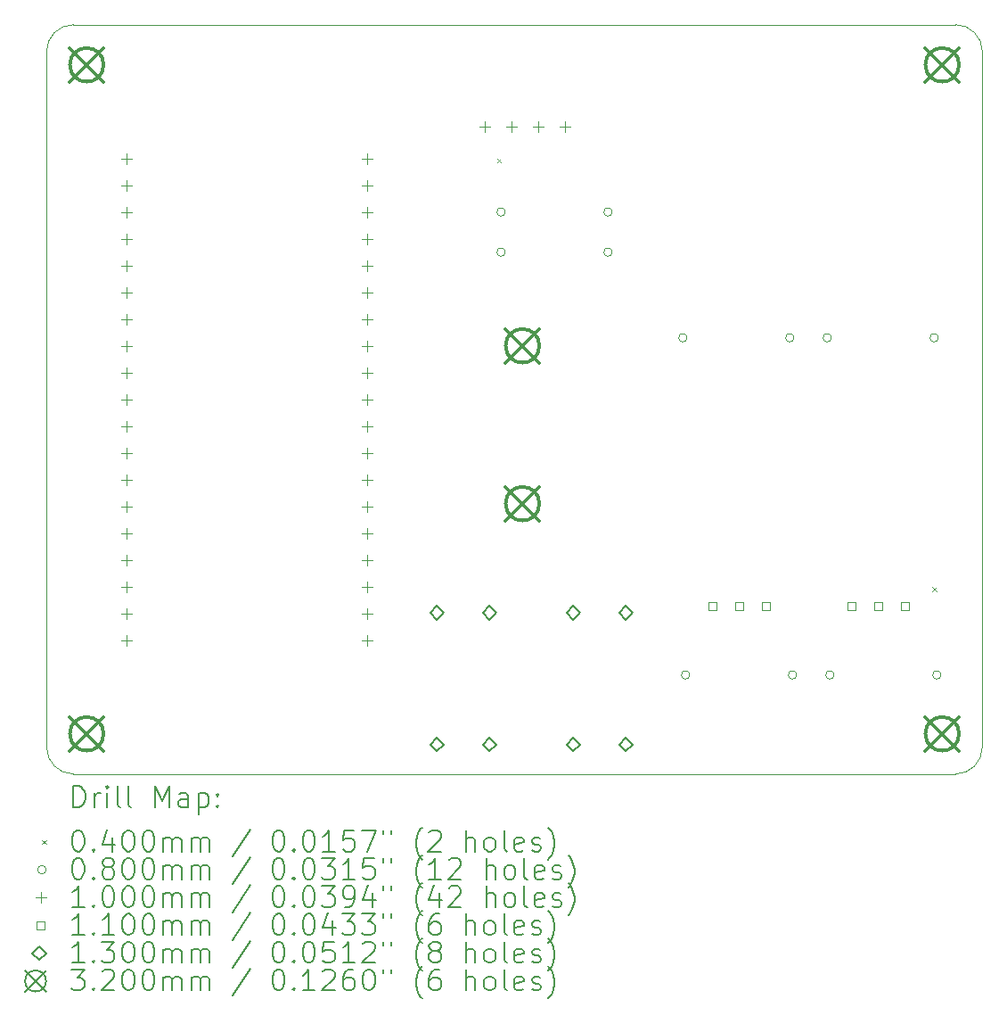
<source format=gbr>
%TF.GenerationSoftware,KiCad,Pcbnew,(6.0.7)*%
%TF.CreationDate,2022-08-09T22:59:19-05:00*%
%TF.ProjectId,garage-door_opener,67617261-6765-42d6-946f-6f725f6f7065,rev?*%
%TF.SameCoordinates,Original*%
%TF.FileFunction,Drillmap*%
%TF.FilePolarity,Positive*%
%FSLAX45Y45*%
G04 Gerber Fmt 4.5, Leading zero omitted, Abs format (unit mm)*
G04 Created by KiCad (PCBNEW (6.0.7)) date 2022-08-09 22:59:19*
%MOMM*%
%LPD*%
G01*
G04 APERTURE LIST*
%ADD10C,0.100000*%
%ADD11C,0.200000*%
%ADD12C,0.040000*%
%ADD13C,0.080000*%
%ADD14C,0.110000*%
%ADD15C,0.130000*%
%ADD16C,0.320000*%
G04 APERTURE END LIST*
D10*
X12700000Y-10668000D02*
G75*
G03*
X12954000Y-10922000I254000J0D01*
G01*
X21590000Y-4064000D02*
G75*
G03*
X21336000Y-3810000I-254000J0D01*
G01*
X21336000Y-10922000D02*
G75*
G03*
X21590000Y-10668000I0J254000D01*
G01*
X12954000Y-10922000D02*
X21336000Y-10922000D01*
X21590000Y-10668000D02*
X21590000Y-4064000D01*
X12954000Y-3810000D02*
G75*
G03*
X12700000Y-4064000I0J-254000D01*
G01*
X21336000Y-3810000D02*
X12954000Y-3810000D01*
X12700000Y-4064000D02*
X12700000Y-10668000D01*
D11*
D12*
X16978400Y-5079600D02*
X17018400Y-5119600D01*
X17018400Y-5079600D02*
X16978400Y-5119600D01*
X21112800Y-9149400D02*
X21152800Y-9189400D01*
X21152800Y-9149400D02*
X21112800Y-9189400D01*
D13*
X17058000Y-5588000D02*
G75*
G03*
X17058000Y-5588000I-40000J0D01*
G01*
X17058000Y-5969000D02*
G75*
G03*
X17058000Y-5969000I-40000J0D01*
G01*
X18074000Y-5588000D02*
G75*
G03*
X18074000Y-5588000I-40000J0D01*
G01*
X18074000Y-5969000D02*
G75*
G03*
X18074000Y-5969000I-40000J0D01*
G01*
X18785200Y-6781800D02*
G75*
G03*
X18785200Y-6781800I-40000J0D01*
G01*
X18810600Y-9982200D02*
G75*
G03*
X18810600Y-9982200I-40000J0D01*
G01*
X19801200Y-6781800D02*
G75*
G03*
X19801200Y-6781800I-40000J0D01*
G01*
X19826600Y-9982200D02*
G75*
G03*
X19826600Y-9982200I-40000J0D01*
G01*
X20156800Y-6781800D02*
G75*
G03*
X20156800Y-6781800I-40000J0D01*
G01*
X20182200Y-9982200D02*
G75*
G03*
X20182200Y-9982200I-40000J0D01*
G01*
X21172800Y-6781800D02*
G75*
G03*
X21172800Y-6781800I-40000J0D01*
G01*
X21198200Y-9982200D02*
G75*
G03*
X21198200Y-9982200I-40000J0D01*
G01*
D10*
X13462000Y-5030000D02*
X13462000Y-5130000D01*
X13412000Y-5080000D02*
X13512000Y-5080000D01*
X13462000Y-5284000D02*
X13462000Y-5384000D01*
X13412000Y-5334000D02*
X13512000Y-5334000D01*
X13462000Y-5538000D02*
X13462000Y-5638000D01*
X13412000Y-5588000D02*
X13512000Y-5588000D01*
X13462000Y-5792000D02*
X13462000Y-5892000D01*
X13412000Y-5842000D02*
X13512000Y-5842000D01*
X13462000Y-6046000D02*
X13462000Y-6146000D01*
X13412000Y-6096000D02*
X13512000Y-6096000D01*
X13462000Y-6300000D02*
X13462000Y-6400000D01*
X13412000Y-6350000D02*
X13512000Y-6350000D01*
X13462000Y-6554000D02*
X13462000Y-6654000D01*
X13412000Y-6604000D02*
X13512000Y-6604000D01*
X13462000Y-6808000D02*
X13462000Y-6908000D01*
X13412000Y-6858000D02*
X13512000Y-6858000D01*
X13462000Y-7062000D02*
X13462000Y-7162000D01*
X13412000Y-7112000D02*
X13512000Y-7112000D01*
X13462000Y-7316000D02*
X13462000Y-7416000D01*
X13412000Y-7366000D02*
X13512000Y-7366000D01*
X13462000Y-7570000D02*
X13462000Y-7670000D01*
X13412000Y-7620000D02*
X13512000Y-7620000D01*
X13462000Y-7824000D02*
X13462000Y-7924000D01*
X13412000Y-7874000D02*
X13512000Y-7874000D01*
X13462000Y-8078000D02*
X13462000Y-8178000D01*
X13412000Y-8128000D02*
X13512000Y-8128000D01*
X13462000Y-8332000D02*
X13462000Y-8432000D01*
X13412000Y-8382000D02*
X13512000Y-8382000D01*
X13462000Y-8586000D02*
X13462000Y-8686000D01*
X13412000Y-8636000D02*
X13512000Y-8636000D01*
X13462000Y-8840000D02*
X13462000Y-8940000D01*
X13412000Y-8890000D02*
X13512000Y-8890000D01*
X13462000Y-9094000D02*
X13462000Y-9194000D01*
X13412000Y-9144000D02*
X13512000Y-9144000D01*
X13462000Y-9348000D02*
X13462000Y-9448000D01*
X13412000Y-9398000D02*
X13512000Y-9398000D01*
X13462000Y-9602000D02*
X13462000Y-9702000D01*
X13412000Y-9652000D02*
X13512000Y-9652000D01*
X15748000Y-5030000D02*
X15748000Y-5130000D01*
X15698000Y-5080000D02*
X15798000Y-5080000D01*
X15748000Y-5284000D02*
X15748000Y-5384000D01*
X15698000Y-5334000D02*
X15798000Y-5334000D01*
X15748000Y-5538000D02*
X15748000Y-5638000D01*
X15698000Y-5588000D02*
X15798000Y-5588000D01*
X15748000Y-5792000D02*
X15748000Y-5892000D01*
X15698000Y-5842000D02*
X15798000Y-5842000D01*
X15748000Y-6046000D02*
X15748000Y-6146000D01*
X15698000Y-6096000D02*
X15798000Y-6096000D01*
X15748000Y-6300000D02*
X15748000Y-6400000D01*
X15698000Y-6350000D02*
X15798000Y-6350000D01*
X15748000Y-6554000D02*
X15748000Y-6654000D01*
X15698000Y-6604000D02*
X15798000Y-6604000D01*
X15748000Y-6808000D02*
X15748000Y-6908000D01*
X15698000Y-6858000D02*
X15798000Y-6858000D01*
X15748000Y-7062000D02*
X15748000Y-7162000D01*
X15698000Y-7112000D02*
X15798000Y-7112000D01*
X15748000Y-7316000D02*
X15748000Y-7416000D01*
X15698000Y-7366000D02*
X15798000Y-7366000D01*
X15748000Y-7570000D02*
X15748000Y-7670000D01*
X15698000Y-7620000D02*
X15798000Y-7620000D01*
X15748000Y-7824000D02*
X15748000Y-7924000D01*
X15698000Y-7874000D02*
X15798000Y-7874000D01*
X15748000Y-8078000D02*
X15748000Y-8178000D01*
X15698000Y-8128000D02*
X15798000Y-8128000D01*
X15748000Y-8332000D02*
X15748000Y-8432000D01*
X15698000Y-8382000D02*
X15798000Y-8382000D01*
X15748000Y-8586000D02*
X15748000Y-8686000D01*
X15698000Y-8636000D02*
X15798000Y-8636000D01*
X15748000Y-8840000D02*
X15748000Y-8940000D01*
X15698000Y-8890000D02*
X15798000Y-8890000D01*
X15748000Y-9094000D02*
X15748000Y-9194000D01*
X15698000Y-9144000D02*
X15798000Y-9144000D01*
X15748000Y-9348000D02*
X15748000Y-9448000D01*
X15698000Y-9398000D02*
X15798000Y-9398000D01*
X15748000Y-9602000D02*
X15748000Y-9702000D01*
X15698000Y-9652000D02*
X15798000Y-9652000D01*
X16865600Y-4725200D02*
X16865600Y-4825200D01*
X16815600Y-4775200D02*
X16915600Y-4775200D01*
X17119600Y-4725200D02*
X17119600Y-4825200D01*
X17069600Y-4775200D02*
X17169600Y-4775200D01*
X17373600Y-4725200D02*
X17373600Y-4825200D01*
X17323600Y-4775200D02*
X17423600Y-4775200D01*
X17627600Y-4725200D02*
X17627600Y-4825200D01*
X17577600Y-4775200D02*
X17677600Y-4775200D01*
D14*
X19063491Y-9369291D02*
X19063491Y-9291509D01*
X18985709Y-9291509D01*
X18985709Y-9369291D01*
X19063491Y-9369291D01*
X19317491Y-9369291D02*
X19317491Y-9291509D01*
X19239709Y-9291509D01*
X19239709Y-9369291D01*
X19317491Y-9369291D01*
X19571491Y-9369291D02*
X19571491Y-9291509D01*
X19493709Y-9291509D01*
X19493709Y-9369291D01*
X19571491Y-9369291D01*
X20384291Y-9369291D02*
X20384291Y-9291509D01*
X20306509Y-9291509D01*
X20306509Y-9369291D01*
X20384291Y-9369291D01*
X20638291Y-9369291D02*
X20638291Y-9291509D01*
X20560509Y-9291509D01*
X20560509Y-9369291D01*
X20638291Y-9369291D01*
X20892291Y-9369291D02*
X20892291Y-9291509D01*
X20814509Y-9291509D01*
X20814509Y-9369291D01*
X20892291Y-9369291D01*
D15*
X16408400Y-9457600D02*
X16473400Y-9392600D01*
X16408400Y-9327600D01*
X16343400Y-9392600D01*
X16408400Y-9457600D01*
X16408400Y-10707600D02*
X16473400Y-10642600D01*
X16408400Y-10577600D01*
X16343400Y-10642600D01*
X16408400Y-10707600D01*
X16908400Y-9457600D02*
X16973400Y-9392600D01*
X16908400Y-9327600D01*
X16843400Y-9392600D01*
X16908400Y-9457600D01*
X16908400Y-10707600D02*
X16973400Y-10642600D01*
X16908400Y-10577600D01*
X16843400Y-10642600D01*
X16908400Y-10707600D01*
X17703800Y-9457600D02*
X17768800Y-9392600D01*
X17703800Y-9327600D01*
X17638800Y-9392600D01*
X17703800Y-9457600D01*
X17703800Y-10707600D02*
X17768800Y-10642600D01*
X17703800Y-10577600D01*
X17638800Y-10642600D01*
X17703800Y-10707600D01*
X18203800Y-9457600D02*
X18268800Y-9392600D01*
X18203800Y-9327600D01*
X18138800Y-9392600D01*
X18203800Y-9457600D01*
X18203800Y-10707600D02*
X18268800Y-10642600D01*
X18203800Y-10577600D01*
X18138800Y-10642600D01*
X18203800Y-10707600D01*
D16*
X12921000Y-4031000D02*
X13241000Y-4351000D01*
X13241000Y-4031000D02*
X12921000Y-4351000D01*
X13241000Y-4191000D02*
G75*
G03*
X13241000Y-4191000I-160000J0D01*
G01*
X12921000Y-10381000D02*
X13241000Y-10701000D01*
X13241000Y-10381000D02*
X12921000Y-10701000D01*
X13241000Y-10541000D02*
G75*
G03*
X13241000Y-10541000I-160000J0D01*
G01*
X17061200Y-6698000D02*
X17381200Y-7018000D01*
X17381200Y-6698000D02*
X17061200Y-7018000D01*
X17381200Y-6858000D02*
G75*
G03*
X17381200Y-6858000I-160000J0D01*
G01*
X17061200Y-8196600D02*
X17381200Y-8516600D01*
X17381200Y-8196600D02*
X17061200Y-8516600D01*
X17381200Y-8356600D02*
G75*
G03*
X17381200Y-8356600I-160000J0D01*
G01*
X21049000Y-4031000D02*
X21369000Y-4351000D01*
X21369000Y-4031000D02*
X21049000Y-4351000D01*
X21369000Y-4191000D02*
G75*
G03*
X21369000Y-4191000I-160000J0D01*
G01*
X21049000Y-10381000D02*
X21369000Y-10701000D01*
X21369000Y-10381000D02*
X21049000Y-10701000D01*
X21369000Y-10541000D02*
G75*
G03*
X21369000Y-10541000I-160000J0D01*
G01*
D11*
X12952619Y-11237476D02*
X12952619Y-11037476D01*
X13000238Y-11037476D01*
X13028809Y-11047000D01*
X13047857Y-11066048D01*
X13057381Y-11085095D01*
X13066905Y-11123190D01*
X13066905Y-11151762D01*
X13057381Y-11189857D01*
X13047857Y-11208905D01*
X13028809Y-11227952D01*
X13000238Y-11237476D01*
X12952619Y-11237476D01*
X13152619Y-11237476D02*
X13152619Y-11104143D01*
X13152619Y-11142238D02*
X13162143Y-11123190D01*
X13171667Y-11113667D01*
X13190714Y-11104143D01*
X13209762Y-11104143D01*
X13276428Y-11237476D02*
X13276428Y-11104143D01*
X13276428Y-11037476D02*
X13266905Y-11047000D01*
X13276428Y-11056524D01*
X13285952Y-11047000D01*
X13276428Y-11037476D01*
X13276428Y-11056524D01*
X13400238Y-11237476D02*
X13381190Y-11227952D01*
X13371667Y-11208905D01*
X13371667Y-11037476D01*
X13505000Y-11237476D02*
X13485952Y-11227952D01*
X13476428Y-11208905D01*
X13476428Y-11037476D01*
X13733571Y-11237476D02*
X13733571Y-11037476D01*
X13800238Y-11180333D01*
X13866905Y-11037476D01*
X13866905Y-11237476D01*
X14047857Y-11237476D02*
X14047857Y-11132714D01*
X14038333Y-11113667D01*
X14019286Y-11104143D01*
X13981190Y-11104143D01*
X13962143Y-11113667D01*
X14047857Y-11227952D02*
X14028809Y-11237476D01*
X13981190Y-11237476D01*
X13962143Y-11227952D01*
X13952619Y-11208905D01*
X13952619Y-11189857D01*
X13962143Y-11170810D01*
X13981190Y-11161286D01*
X14028809Y-11161286D01*
X14047857Y-11151762D01*
X14143095Y-11104143D02*
X14143095Y-11304143D01*
X14143095Y-11113667D02*
X14162143Y-11104143D01*
X14200238Y-11104143D01*
X14219286Y-11113667D01*
X14228809Y-11123190D01*
X14238333Y-11142238D01*
X14238333Y-11199381D01*
X14228809Y-11218428D01*
X14219286Y-11227952D01*
X14200238Y-11237476D01*
X14162143Y-11237476D01*
X14143095Y-11227952D01*
X14324048Y-11218428D02*
X14333571Y-11227952D01*
X14324048Y-11237476D01*
X14314524Y-11227952D01*
X14324048Y-11218428D01*
X14324048Y-11237476D01*
X14324048Y-11113667D02*
X14333571Y-11123190D01*
X14324048Y-11132714D01*
X14314524Y-11123190D01*
X14324048Y-11113667D01*
X14324048Y-11132714D01*
D12*
X12655000Y-11547000D02*
X12695000Y-11587000D01*
X12695000Y-11547000D02*
X12655000Y-11587000D01*
D11*
X12990714Y-11457476D02*
X13009762Y-11457476D01*
X13028809Y-11467000D01*
X13038333Y-11476524D01*
X13047857Y-11495571D01*
X13057381Y-11533667D01*
X13057381Y-11581286D01*
X13047857Y-11619381D01*
X13038333Y-11638428D01*
X13028809Y-11647952D01*
X13009762Y-11657476D01*
X12990714Y-11657476D01*
X12971667Y-11647952D01*
X12962143Y-11638428D01*
X12952619Y-11619381D01*
X12943095Y-11581286D01*
X12943095Y-11533667D01*
X12952619Y-11495571D01*
X12962143Y-11476524D01*
X12971667Y-11467000D01*
X12990714Y-11457476D01*
X13143095Y-11638428D02*
X13152619Y-11647952D01*
X13143095Y-11657476D01*
X13133571Y-11647952D01*
X13143095Y-11638428D01*
X13143095Y-11657476D01*
X13324048Y-11524143D02*
X13324048Y-11657476D01*
X13276428Y-11447952D02*
X13228809Y-11590809D01*
X13352619Y-11590809D01*
X13466905Y-11457476D02*
X13485952Y-11457476D01*
X13505000Y-11467000D01*
X13514524Y-11476524D01*
X13524048Y-11495571D01*
X13533571Y-11533667D01*
X13533571Y-11581286D01*
X13524048Y-11619381D01*
X13514524Y-11638428D01*
X13505000Y-11647952D01*
X13485952Y-11657476D01*
X13466905Y-11657476D01*
X13447857Y-11647952D01*
X13438333Y-11638428D01*
X13428809Y-11619381D01*
X13419286Y-11581286D01*
X13419286Y-11533667D01*
X13428809Y-11495571D01*
X13438333Y-11476524D01*
X13447857Y-11467000D01*
X13466905Y-11457476D01*
X13657381Y-11457476D02*
X13676428Y-11457476D01*
X13695476Y-11467000D01*
X13705000Y-11476524D01*
X13714524Y-11495571D01*
X13724048Y-11533667D01*
X13724048Y-11581286D01*
X13714524Y-11619381D01*
X13705000Y-11638428D01*
X13695476Y-11647952D01*
X13676428Y-11657476D01*
X13657381Y-11657476D01*
X13638333Y-11647952D01*
X13628809Y-11638428D01*
X13619286Y-11619381D01*
X13609762Y-11581286D01*
X13609762Y-11533667D01*
X13619286Y-11495571D01*
X13628809Y-11476524D01*
X13638333Y-11467000D01*
X13657381Y-11457476D01*
X13809762Y-11657476D02*
X13809762Y-11524143D01*
X13809762Y-11543190D02*
X13819286Y-11533667D01*
X13838333Y-11524143D01*
X13866905Y-11524143D01*
X13885952Y-11533667D01*
X13895476Y-11552714D01*
X13895476Y-11657476D01*
X13895476Y-11552714D02*
X13905000Y-11533667D01*
X13924048Y-11524143D01*
X13952619Y-11524143D01*
X13971667Y-11533667D01*
X13981190Y-11552714D01*
X13981190Y-11657476D01*
X14076428Y-11657476D02*
X14076428Y-11524143D01*
X14076428Y-11543190D02*
X14085952Y-11533667D01*
X14105000Y-11524143D01*
X14133571Y-11524143D01*
X14152619Y-11533667D01*
X14162143Y-11552714D01*
X14162143Y-11657476D01*
X14162143Y-11552714D02*
X14171667Y-11533667D01*
X14190714Y-11524143D01*
X14219286Y-11524143D01*
X14238333Y-11533667D01*
X14247857Y-11552714D01*
X14247857Y-11657476D01*
X14638333Y-11447952D02*
X14466905Y-11705095D01*
X14895476Y-11457476D02*
X14914524Y-11457476D01*
X14933571Y-11467000D01*
X14943095Y-11476524D01*
X14952619Y-11495571D01*
X14962143Y-11533667D01*
X14962143Y-11581286D01*
X14952619Y-11619381D01*
X14943095Y-11638428D01*
X14933571Y-11647952D01*
X14914524Y-11657476D01*
X14895476Y-11657476D01*
X14876428Y-11647952D01*
X14866905Y-11638428D01*
X14857381Y-11619381D01*
X14847857Y-11581286D01*
X14847857Y-11533667D01*
X14857381Y-11495571D01*
X14866905Y-11476524D01*
X14876428Y-11467000D01*
X14895476Y-11457476D01*
X15047857Y-11638428D02*
X15057381Y-11647952D01*
X15047857Y-11657476D01*
X15038333Y-11647952D01*
X15047857Y-11638428D01*
X15047857Y-11657476D01*
X15181190Y-11457476D02*
X15200238Y-11457476D01*
X15219286Y-11467000D01*
X15228809Y-11476524D01*
X15238333Y-11495571D01*
X15247857Y-11533667D01*
X15247857Y-11581286D01*
X15238333Y-11619381D01*
X15228809Y-11638428D01*
X15219286Y-11647952D01*
X15200238Y-11657476D01*
X15181190Y-11657476D01*
X15162143Y-11647952D01*
X15152619Y-11638428D01*
X15143095Y-11619381D01*
X15133571Y-11581286D01*
X15133571Y-11533667D01*
X15143095Y-11495571D01*
X15152619Y-11476524D01*
X15162143Y-11467000D01*
X15181190Y-11457476D01*
X15438333Y-11657476D02*
X15324048Y-11657476D01*
X15381190Y-11657476D02*
X15381190Y-11457476D01*
X15362143Y-11486048D01*
X15343095Y-11505095D01*
X15324048Y-11514619D01*
X15619286Y-11457476D02*
X15524048Y-11457476D01*
X15514524Y-11552714D01*
X15524048Y-11543190D01*
X15543095Y-11533667D01*
X15590714Y-11533667D01*
X15609762Y-11543190D01*
X15619286Y-11552714D01*
X15628809Y-11571762D01*
X15628809Y-11619381D01*
X15619286Y-11638428D01*
X15609762Y-11647952D01*
X15590714Y-11657476D01*
X15543095Y-11657476D01*
X15524048Y-11647952D01*
X15514524Y-11638428D01*
X15695476Y-11457476D02*
X15828809Y-11457476D01*
X15743095Y-11657476D01*
X15895476Y-11457476D02*
X15895476Y-11495571D01*
X15971667Y-11457476D02*
X15971667Y-11495571D01*
X16266905Y-11733667D02*
X16257381Y-11724143D01*
X16238333Y-11695571D01*
X16228809Y-11676524D01*
X16219286Y-11647952D01*
X16209762Y-11600333D01*
X16209762Y-11562238D01*
X16219286Y-11514619D01*
X16228809Y-11486048D01*
X16238333Y-11467000D01*
X16257381Y-11438428D01*
X16266905Y-11428905D01*
X16333571Y-11476524D02*
X16343095Y-11467000D01*
X16362143Y-11457476D01*
X16409762Y-11457476D01*
X16428809Y-11467000D01*
X16438333Y-11476524D01*
X16447857Y-11495571D01*
X16447857Y-11514619D01*
X16438333Y-11543190D01*
X16324048Y-11657476D01*
X16447857Y-11657476D01*
X16685952Y-11657476D02*
X16685952Y-11457476D01*
X16771667Y-11657476D02*
X16771667Y-11552714D01*
X16762143Y-11533667D01*
X16743095Y-11524143D01*
X16714524Y-11524143D01*
X16695476Y-11533667D01*
X16685952Y-11543190D01*
X16895476Y-11657476D02*
X16876429Y-11647952D01*
X16866905Y-11638428D01*
X16857381Y-11619381D01*
X16857381Y-11562238D01*
X16866905Y-11543190D01*
X16876429Y-11533667D01*
X16895476Y-11524143D01*
X16924048Y-11524143D01*
X16943095Y-11533667D01*
X16952619Y-11543190D01*
X16962143Y-11562238D01*
X16962143Y-11619381D01*
X16952619Y-11638428D01*
X16943095Y-11647952D01*
X16924048Y-11657476D01*
X16895476Y-11657476D01*
X17076429Y-11657476D02*
X17057381Y-11647952D01*
X17047857Y-11628905D01*
X17047857Y-11457476D01*
X17228810Y-11647952D02*
X17209762Y-11657476D01*
X17171667Y-11657476D01*
X17152619Y-11647952D01*
X17143095Y-11628905D01*
X17143095Y-11552714D01*
X17152619Y-11533667D01*
X17171667Y-11524143D01*
X17209762Y-11524143D01*
X17228810Y-11533667D01*
X17238333Y-11552714D01*
X17238333Y-11571762D01*
X17143095Y-11590809D01*
X17314524Y-11647952D02*
X17333571Y-11657476D01*
X17371667Y-11657476D01*
X17390714Y-11647952D01*
X17400238Y-11628905D01*
X17400238Y-11619381D01*
X17390714Y-11600333D01*
X17371667Y-11590809D01*
X17343095Y-11590809D01*
X17324048Y-11581286D01*
X17314524Y-11562238D01*
X17314524Y-11552714D01*
X17324048Y-11533667D01*
X17343095Y-11524143D01*
X17371667Y-11524143D01*
X17390714Y-11533667D01*
X17466905Y-11733667D02*
X17476429Y-11724143D01*
X17495476Y-11695571D01*
X17505000Y-11676524D01*
X17514524Y-11647952D01*
X17524048Y-11600333D01*
X17524048Y-11562238D01*
X17514524Y-11514619D01*
X17505000Y-11486048D01*
X17495476Y-11467000D01*
X17476429Y-11438428D01*
X17466905Y-11428905D01*
D13*
X12695000Y-11831000D02*
G75*
G03*
X12695000Y-11831000I-40000J0D01*
G01*
D11*
X12990714Y-11721476D02*
X13009762Y-11721476D01*
X13028809Y-11731000D01*
X13038333Y-11740524D01*
X13047857Y-11759571D01*
X13057381Y-11797667D01*
X13057381Y-11845286D01*
X13047857Y-11883381D01*
X13038333Y-11902428D01*
X13028809Y-11911952D01*
X13009762Y-11921476D01*
X12990714Y-11921476D01*
X12971667Y-11911952D01*
X12962143Y-11902428D01*
X12952619Y-11883381D01*
X12943095Y-11845286D01*
X12943095Y-11797667D01*
X12952619Y-11759571D01*
X12962143Y-11740524D01*
X12971667Y-11731000D01*
X12990714Y-11721476D01*
X13143095Y-11902428D02*
X13152619Y-11911952D01*
X13143095Y-11921476D01*
X13133571Y-11911952D01*
X13143095Y-11902428D01*
X13143095Y-11921476D01*
X13266905Y-11807190D02*
X13247857Y-11797667D01*
X13238333Y-11788143D01*
X13228809Y-11769095D01*
X13228809Y-11759571D01*
X13238333Y-11740524D01*
X13247857Y-11731000D01*
X13266905Y-11721476D01*
X13305000Y-11721476D01*
X13324048Y-11731000D01*
X13333571Y-11740524D01*
X13343095Y-11759571D01*
X13343095Y-11769095D01*
X13333571Y-11788143D01*
X13324048Y-11797667D01*
X13305000Y-11807190D01*
X13266905Y-11807190D01*
X13247857Y-11816714D01*
X13238333Y-11826238D01*
X13228809Y-11845286D01*
X13228809Y-11883381D01*
X13238333Y-11902428D01*
X13247857Y-11911952D01*
X13266905Y-11921476D01*
X13305000Y-11921476D01*
X13324048Y-11911952D01*
X13333571Y-11902428D01*
X13343095Y-11883381D01*
X13343095Y-11845286D01*
X13333571Y-11826238D01*
X13324048Y-11816714D01*
X13305000Y-11807190D01*
X13466905Y-11721476D02*
X13485952Y-11721476D01*
X13505000Y-11731000D01*
X13514524Y-11740524D01*
X13524048Y-11759571D01*
X13533571Y-11797667D01*
X13533571Y-11845286D01*
X13524048Y-11883381D01*
X13514524Y-11902428D01*
X13505000Y-11911952D01*
X13485952Y-11921476D01*
X13466905Y-11921476D01*
X13447857Y-11911952D01*
X13438333Y-11902428D01*
X13428809Y-11883381D01*
X13419286Y-11845286D01*
X13419286Y-11797667D01*
X13428809Y-11759571D01*
X13438333Y-11740524D01*
X13447857Y-11731000D01*
X13466905Y-11721476D01*
X13657381Y-11721476D02*
X13676428Y-11721476D01*
X13695476Y-11731000D01*
X13705000Y-11740524D01*
X13714524Y-11759571D01*
X13724048Y-11797667D01*
X13724048Y-11845286D01*
X13714524Y-11883381D01*
X13705000Y-11902428D01*
X13695476Y-11911952D01*
X13676428Y-11921476D01*
X13657381Y-11921476D01*
X13638333Y-11911952D01*
X13628809Y-11902428D01*
X13619286Y-11883381D01*
X13609762Y-11845286D01*
X13609762Y-11797667D01*
X13619286Y-11759571D01*
X13628809Y-11740524D01*
X13638333Y-11731000D01*
X13657381Y-11721476D01*
X13809762Y-11921476D02*
X13809762Y-11788143D01*
X13809762Y-11807190D02*
X13819286Y-11797667D01*
X13838333Y-11788143D01*
X13866905Y-11788143D01*
X13885952Y-11797667D01*
X13895476Y-11816714D01*
X13895476Y-11921476D01*
X13895476Y-11816714D02*
X13905000Y-11797667D01*
X13924048Y-11788143D01*
X13952619Y-11788143D01*
X13971667Y-11797667D01*
X13981190Y-11816714D01*
X13981190Y-11921476D01*
X14076428Y-11921476D02*
X14076428Y-11788143D01*
X14076428Y-11807190D02*
X14085952Y-11797667D01*
X14105000Y-11788143D01*
X14133571Y-11788143D01*
X14152619Y-11797667D01*
X14162143Y-11816714D01*
X14162143Y-11921476D01*
X14162143Y-11816714D02*
X14171667Y-11797667D01*
X14190714Y-11788143D01*
X14219286Y-11788143D01*
X14238333Y-11797667D01*
X14247857Y-11816714D01*
X14247857Y-11921476D01*
X14638333Y-11711952D02*
X14466905Y-11969095D01*
X14895476Y-11721476D02*
X14914524Y-11721476D01*
X14933571Y-11731000D01*
X14943095Y-11740524D01*
X14952619Y-11759571D01*
X14962143Y-11797667D01*
X14962143Y-11845286D01*
X14952619Y-11883381D01*
X14943095Y-11902428D01*
X14933571Y-11911952D01*
X14914524Y-11921476D01*
X14895476Y-11921476D01*
X14876428Y-11911952D01*
X14866905Y-11902428D01*
X14857381Y-11883381D01*
X14847857Y-11845286D01*
X14847857Y-11797667D01*
X14857381Y-11759571D01*
X14866905Y-11740524D01*
X14876428Y-11731000D01*
X14895476Y-11721476D01*
X15047857Y-11902428D02*
X15057381Y-11911952D01*
X15047857Y-11921476D01*
X15038333Y-11911952D01*
X15047857Y-11902428D01*
X15047857Y-11921476D01*
X15181190Y-11721476D02*
X15200238Y-11721476D01*
X15219286Y-11731000D01*
X15228809Y-11740524D01*
X15238333Y-11759571D01*
X15247857Y-11797667D01*
X15247857Y-11845286D01*
X15238333Y-11883381D01*
X15228809Y-11902428D01*
X15219286Y-11911952D01*
X15200238Y-11921476D01*
X15181190Y-11921476D01*
X15162143Y-11911952D01*
X15152619Y-11902428D01*
X15143095Y-11883381D01*
X15133571Y-11845286D01*
X15133571Y-11797667D01*
X15143095Y-11759571D01*
X15152619Y-11740524D01*
X15162143Y-11731000D01*
X15181190Y-11721476D01*
X15314524Y-11721476D02*
X15438333Y-11721476D01*
X15371667Y-11797667D01*
X15400238Y-11797667D01*
X15419286Y-11807190D01*
X15428809Y-11816714D01*
X15438333Y-11835762D01*
X15438333Y-11883381D01*
X15428809Y-11902428D01*
X15419286Y-11911952D01*
X15400238Y-11921476D01*
X15343095Y-11921476D01*
X15324048Y-11911952D01*
X15314524Y-11902428D01*
X15628809Y-11921476D02*
X15514524Y-11921476D01*
X15571667Y-11921476D02*
X15571667Y-11721476D01*
X15552619Y-11750048D01*
X15533571Y-11769095D01*
X15514524Y-11778619D01*
X15809762Y-11721476D02*
X15714524Y-11721476D01*
X15705000Y-11816714D01*
X15714524Y-11807190D01*
X15733571Y-11797667D01*
X15781190Y-11797667D01*
X15800238Y-11807190D01*
X15809762Y-11816714D01*
X15819286Y-11835762D01*
X15819286Y-11883381D01*
X15809762Y-11902428D01*
X15800238Y-11911952D01*
X15781190Y-11921476D01*
X15733571Y-11921476D01*
X15714524Y-11911952D01*
X15705000Y-11902428D01*
X15895476Y-11721476D02*
X15895476Y-11759571D01*
X15971667Y-11721476D02*
X15971667Y-11759571D01*
X16266905Y-11997667D02*
X16257381Y-11988143D01*
X16238333Y-11959571D01*
X16228809Y-11940524D01*
X16219286Y-11911952D01*
X16209762Y-11864333D01*
X16209762Y-11826238D01*
X16219286Y-11778619D01*
X16228809Y-11750048D01*
X16238333Y-11731000D01*
X16257381Y-11702428D01*
X16266905Y-11692905D01*
X16447857Y-11921476D02*
X16333571Y-11921476D01*
X16390714Y-11921476D02*
X16390714Y-11721476D01*
X16371667Y-11750048D01*
X16352619Y-11769095D01*
X16333571Y-11778619D01*
X16524048Y-11740524D02*
X16533571Y-11731000D01*
X16552619Y-11721476D01*
X16600238Y-11721476D01*
X16619286Y-11731000D01*
X16628809Y-11740524D01*
X16638333Y-11759571D01*
X16638333Y-11778619D01*
X16628809Y-11807190D01*
X16514524Y-11921476D01*
X16638333Y-11921476D01*
X16876429Y-11921476D02*
X16876429Y-11721476D01*
X16962143Y-11921476D02*
X16962143Y-11816714D01*
X16952619Y-11797667D01*
X16933571Y-11788143D01*
X16905000Y-11788143D01*
X16885952Y-11797667D01*
X16876429Y-11807190D01*
X17085952Y-11921476D02*
X17066905Y-11911952D01*
X17057381Y-11902428D01*
X17047857Y-11883381D01*
X17047857Y-11826238D01*
X17057381Y-11807190D01*
X17066905Y-11797667D01*
X17085952Y-11788143D01*
X17114524Y-11788143D01*
X17133571Y-11797667D01*
X17143095Y-11807190D01*
X17152619Y-11826238D01*
X17152619Y-11883381D01*
X17143095Y-11902428D01*
X17133571Y-11911952D01*
X17114524Y-11921476D01*
X17085952Y-11921476D01*
X17266905Y-11921476D02*
X17247857Y-11911952D01*
X17238333Y-11892905D01*
X17238333Y-11721476D01*
X17419286Y-11911952D02*
X17400238Y-11921476D01*
X17362143Y-11921476D01*
X17343095Y-11911952D01*
X17333571Y-11892905D01*
X17333571Y-11816714D01*
X17343095Y-11797667D01*
X17362143Y-11788143D01*
X17400238Y-11788143D01*
X17419286Y-11797667D01*
X17428810Y-11816714D01*
X17428810Y-11835762D01*
X17333571Y-11854809D01*
X17505000Y-11911952D02*
X17524048Y-11921476D01*
X17562143Y-11921476D01*
X17581190Y-11911952D01*
X17590714Y-11892905D01*
X17590714Y-11883381D01*
X17581190Y-11864333D01*
X17562143Y-11854809D01*
X17533571Y-11854809D01*
X17514524Y-11845286D01*
X17505000Y-11826238D01*
X17505000Y-11816714D01*
X17514524Y-11797667D01*
X17533571Y-11788143D01*
X17562143Y-11788143D01*
X17581190Y-11797667D01*
X17657381Y-11997667D02*
X17666905Y-11988143D01*
X17685952Y-11959571D01*
X17695476Y-11940524D01*
X17705000Y-11911952D01*
X17714524Y-11864333D01*
X17714524Y-11826238D01*
X17705000Y-11778619D01*
X17695476Y-11750048D01*
X17685952Y-11731000D01*
X17666905Y-11702428D01*
X17657381Y-11692905D01*
D10*
X12645000Y-12045000D02*
X12645000Y-12145000D01*
X12595000Y-12095000D02*
X12695000Y-12095000D01*
D11*
X13057381Y-12185476D02*
X12943095Y-12185476D01*
X13000238Y-12185476D02*
X13000238Y-11985476D01*
X12981190Y-12014048D01*
X12962143Y-12033095D01*
X12943095Y-12042619D01*
X13143095Y-12166428D02*
X13152619Y-12175952D01*
X13143095Y-12185476D01*
X13133571Y-12175952D01*
X13143095Y-12166428D01*
X13143095Y-12185476D01*
X13276428Y-11985476D02*
X13295476Y-11985476D01*
X13314524Y-11995000D01*
X13324048Y-12004524D01*
X13333571Y-12023571D01*
X13343095Y-12061667D01*
X13343095Y-12109286D01*
X13333571Y-12147381D01*
X13324048Y-12166428D01*
X13314524Y-12175952D01*
X13295476Y-12185476D01*
X13276428Y-12185476D01*
X13257381Y-12175952D01*
X13247857Y-12166428D01*
X13238333Y-12147381D01*
X13228809Y-12109286D01*
X13228809Y-12061667D01*
X13238333Y-12023571D01*
X13247857Y-12004524D01*
X13257381Y-11995000D01*
X13276428Y-11985476D01*
X13466905Y-11985476D02*
X13485952Y-11985476D01*
X13505000Y-11995000D01*
X13514524Y-12004524D01*
X13524048Y-12023571D01*
X13533571Y-12061667D01*
X13533571Y-12109286D01*
X13524048Y-12147381D01*
X13514524Y-12166428D01*
X13505000Y-12175952D01*
X13485952Y-12185476D01*
X13466905Y-12185476D01*
X13447857Y-12175952D01*
X13438333Y-12166428D01*
X13428809Y-12147381D01*
X13419286Y-12109286D01*
X13419286Y-12061667D01*
X13428809Y-12023571D01*
X13438333Y-12004524D01*
X13447857Y-11995000D01*
X13466905Y-11985476D01*
X13657381Y-11985476D02*
X13676428Y-11985476D01*
X13695476Y-11995000D01*
X13705000Y-12004524D01*
X13714524Y-12023571D01*
X13724048Y-12061667D01*
X13724048Y-12109286D01*
X13714524Y-12147381D01*
X13705000Y-12166428D01*
X13695476Y-12175952D01*
X13676428Y-12185476D01*
X13657381Y-12185476D01*
X13638333Y-12175952D01*
X13628809Y-12166428D01*
X13619286Y-12147381D01*
X13609762Y-12109286D01*
X13609762Y-12061667D01*
X13619286Y-12023571D01*
X13628809Y-12004524D01*
X13638333Y-11995000D01*
X13657381Y-11985476D01*
X13809762Y-12185476D02*
X13809762Y-12052143D01*
X13809762Y-12071190D02*
X13819286Y-12061667D01*
X13838333Y-12052143D01*
X13866905Y-12052143D01*
X13885952Y-12061667D01*
X13895476Y-12080714D01*
X13895476Y-12185476D01*
X13895476Y-12080714D02*
X13905000Y-12061667D01*
X13924048Y-12052143D01*
X13952619Y-12052143D01*
X13971667Y-12061667D01*
X13981190Y-12080714D01*
X13981190Y-12185476D01*
X14076428Y-12185476D02*
X14076428Y-12052143D01*
X14076428Y-12071190D02*
X14085952Y-12061667D01*
X14105000Y-12052143D01*
X14133571Y-12052143D01*
X14152619Y-12061667D01*
X14162143Y-12080714D01*
X14162143Y-12185476D01*
X14162143Y-12080714D02*
X14171667Y-12061667D01*
X14190714Y-12052143D01*
X14219286Y-12052143D01*
X14238333Y-12061667D01*
X14247857Y-12080714D01*
X14247857Y-12185476D01*
X14638333Y-11975952D02*
X14466905Y-12233095D01*
X14895476Y-11985476D02*
X14914524Y-11985476D01*
X14933571Y-11995000D01*
X14943095Y-12004524D01*
X14952619Y-12023571D01*
X14962143Y-12061667D01*
X14962143Y-12109286D01*
X14952619Y-12147381D01*
X14943095Y-12166428D01*
X14933571Y-12175952D01*
X14914524Y-12185476D01*
X14895476Y-12185476D01*
X14876428Y-12175952D01*
X14866905Y-12166428D01*
X14857381Y-12147381D01*
X14847857Y-12109286D01*
X14847857Y-12061667D01*
X14857381Y-12023571D01*
X14866905Y-12004524D01*
X14876428Y-11995000D01*
X14895476Y-11985476D01*
X15047857Y-12166428D02*
X15057381Y-12175952D01*
X15047857Y-12185476D01*
X15038333Y-12175952D01*
X15047857Y-12166428D01*
X15047857Y-12185476D01*
X15181190Y-11985476D02*
X15200238Y-11985476D01*
X15219286Y-11995000D01*
X15228809Y-12004524D01*
X15238333Y-12023571D01*
X15247857Y-12061667D01*
X15247857Y-12109286D01*
X15238333Y-12147381D01*
X15228809Y-12166428D01*
X15219286Y-12175952D01*
X15200238Y-12185476D01*
X15181190Y-12185476D01*
X15162143Y-12175952D01*
X15152619Y-12166428D01*
X15143095Y-12147381D01*
X15133571Y-12109286D01*
X15133571Y-12061667D01*
X15143095Y-12023571D01*
X15152619Y-12004524D01*
X15162143Y-11995000D01*
X15181190Y-11985476D01*
X15314524Y-11985476D02*
X15438333Y-11985476D01*
X15371667Y-12061667D01*
X15400238Y-12061667D01*
X15419286Y-12071190D01*
X15428809Y-12080714D01*
X15438333Y-12099762D01*
X15438333Y-12147381D01*
X15428809Y-12166428D01*
X15419286Y-12175952D01*
X15400238Y-12185476D01*
X15343095Y-12185476D01*
X15324048Y-12175952D01*
X15314524Y-12166428D01*
X15533571Y-12185476D02*
X15571667Y-12185476D01*
X15590714Y-12175952D01*
X15600238Y-12166428D01*
X15619286Y-12137857D01*
X15628809Y-12099762D01*
X15628809Y-12023571D01*
X15619286Y-12004524D01*
X15609762Y-11995000D01*
X15590714Y-11985476D01*
X15552619Y-11985476D01*
X15533571Y-11995000D01*
X15524048Y-12004524D01*
X15514524Y-12023571D01*
X15514524Y-12071190D01*
X15524048Y-12090238D01*
X15533571Y-12099762D01*
X15552619Y-12109286D01*
X15590714Y-12109286D01*
X15609762Y-12099762D01*
X15619286Y-12090238D01*
X15628809Y-12071190D01*
X15800238Y-12052143D02*
X15800238Y-12185476D01*
X15752619Y-11975952D02*
X15705000Y-12118809D01*
X15828809Y-12118809D01*
X15895476Y-11985476D02*
X15895476Y-12023571D01*
X15971667Y-11985476D02*
X15971667Y-12023571D01*
X16266905Y-12261667D02*
X16257381Y-12252143D01*
X16238333Y-12223571D01*
X16228809Y-12204524D01*
X16219286Y-12175952D01*
X16209762Y-12128333D01*
X16209762Y-12090238D01*
X16219286Y-12042619D01*
X16228809Y-12014048D01*
X16238333Y-11995000D01*
X16257381Y-11966428D01*
X16266905Y-11956905D01*
X16428809Y-12052143D02*
X16428809Y-12185476D01*
X16381190Y-11975952D02*
X16333571Y-12118809D01*
X16457381Y-12118809D01*
X16524048Y-12004524D02*
X16533571Y-11995000D01*
X16552619Y-11985476D01*
X16600238Y-11985476D01*
X16619286Y-11995000D01*
X16628809Y-12004524D01*
X16638333Y-12023571D01*
X16638333Y-12042619D01*
X16628809Y-12071190D01*
X16514524Y-12185476D01*
X16638333Y-12185476D01*
X16876429Y-12185476D02*
X16876429Y-11985476D01*
X16962143Y-12185476D02*
X16962143Y-12080714D01*
X16952619Y-12061667D01*
X16933571Y-12052143D01*
X16905000Y-12052143D01*
X16885952Y-12061667D01*
X16876429Y-12071190D01*
X17085952Y-12185476D02*
X17066905Y-12175952D01*
X17057381Y-12166428D01*
X17047857Y-12147381D01*
X17047857Y-12090238D01*
X17057381Y-12071190D01*
X17066905Y-12061667D01*
X17085952Y-12052143D01*
X17114524Y-12052143D01*
X17133571Y-12061667D01*
X17143095Y-12071190D01*
X17152619Y-12090238D01*
X17152619Y-12147381D01*
X17143095Y-12166428D01*
X17133571Y-12175952D01*
X17114524Y-12185476D01*
X17085952Y-12185476D01*
X17266905Y-12185476D02*
X17247857Y-12175952D01*
X17238333Y-12156905D01*
X17238333Y-11985476D01*
X17419286Y-12175952D02*
X17400238Y-12185476D01*
X17362143Y-12185476D01*
X17343095Y-12175952D01*
X17333571Y-12156905D01*
X17333571Y-12080714D01*
X17343095Y-12061667D01*
X17362143Y-12052143D01*
X17400238Y-12052143D01*
X17419286Y-12061667D01*
X17428810Y-12080714D01*
X17428810Y-12099762D01*
X17333571Y-12118809D01*
X17505000Y-12175952D02*
X17524048Y-12185476D01*
X17562143Y-12185476D01*
X17581190Y-12175952D01*
X17590714Y-12156905D01*
X17590714Y-12147381D01*
X17581190Y-12128333D01*
X17562143Y-12118809D01*
X17533571Y-12118809D01*
X17514524Y-12109286D01*
X17505000Y-12090238D01*
X17505000Y-12080714D01*
X17514524Y-12061667D01*
X17533571Y-12052143D01*
X17562143Y-12052143D01*
X17581190Y-12061667D01*
X17657381Y-12261667D02*
X17666905Y-12252143D01*
X17685952Y-12223571D01*
X17695476Y-12204524D01*
X17705000Y-12175952D01*
X17714524Y-12128333D01*
X17714524Y-12090238D01*
X17705000Y-12042619D01*
X17695476Y-12014048D01*
X17685952Y-11995000D01*
X17666905Y-11966428D01*
X17657381Y-11956905D01*
D14*
X12678891Y-12397891D02*
X12678891Y-12320109D01*
X12601109Y-12320109D01*
X12601109Y-12397891D01*
X12678891Y-12397891D01*
D11*
X13057381Y-12449476D02*
X12943095Y-12449476D01*
X13000238Y-12449476D02*
X13000238Y-12249476D01*
X12981190Y-12278048D01*
X12962143Y-12297095D01*
X12943095Y-12306619D01*
X13143095Y-12430428D02*
X13152619Y-12439952D01*
X13143095Y-12449476D01*
X13133571Y-12439952D01*
X13143095Y-12430428D01*
X13143095Y-12449476D01*
X13343095Y-12449476D02*
X13228809Y-12449476D01*
X13285952Y-12449476D02*
X13285952Y-12249476D01*
X13266905Y-12278048D01*
X13247857Y-12297095D01*
X13228809Y-12306619D01*
X13466905Y-12249476D02*
X13485952Y-12249476D01*
X13505000Y-12259000D01*
X13514524Y-12268524D01*
X13524048Y-12287571D01*
X13533571Y-12325667D01*
X13533571Y-12373286D01*
X13524048Y-12411381D01*
X13514524Y-12430428D01*
X13505000Y-12439952D01*
X13485952Y-12449476D01*
X13466905Y-12449476D01*
X13447857Y-12439952D01*
X13438333Y-12430428D01*
X13428809Y-12411381D01*
X13419286Y-12373286D01*
X13419286Y-12325667D01*
X13428809Y-12287571D01*
X13438333Y-12268524D01*
X13447857Y-12259000D01*
X13466905Y-12249476D01*
X13657381Y-12249476D02*
X13676428Y-12249476D01*
X13695476Y-12259000D01*
X13705000Y-12268524D01*
X13714524Y-12287571D01*
X13724048Y-12325667D01*
X13724048Y-12373286D01*
X13714524Y-12411381D01*
X13705000Y-12430428D01*
X13695476Y-12439952D01*
X13676428Y-12449476D01*
X13657381Y-12449476D01*
X13638333Y-12439952D01*
X13628809Y-12430428D01*
X13619286Y-12411381D01*
X13609762Y-12373286D01*
X13609762Y-12325667D01*
X13619286Y-12287571D01*
X13628809Y-12268524D01*
X13638333Y-12259000D01*
X13657381Y-12249476D01*
X13809762Y-12449476D02*
X13809762Y-12316143D01*
X13809762Y-12335190D02*
X13819286Y-12325667D01*
X13838333Y-12316143D01*
X13866905Y-12316143D01*
X13885952Y-12325667D01*
X13895476Y-12344714D01*
X13895476Y-12449476D01*
X13895476Y-12344714D02*
X13905000Y-12325667D01*
X13924048Y-12316143D01*
X13952619Y-12316143D01*
X13971667Y-12325667D01*
X13981190Y-12344714D01*
X13981190Y-12449476D01*
X14076428Y-12449476D02*
X14076428Y-12316143D01*
X14076428Y-12335190D02*
X14085952Y-12325667D01*
X14105000Y-12316143D01*
X14133571Y-12316143D01*
X14152619Y-12325667D01*
X14162143Y-12344714D01*
X14162143Y-12449476D01*
X14162143Y-12344714D02*
X14171667Y-12325667D01*
X14190714Y-12316143D01*
X14219286Y-12316143D01*
X14238333Y-12325667D01*
X14247857Y-12344714D01*
X14247857Y-12449476D01*
X14638333Y-12239952D02*
X14466905Y-12497095D01*
X14895476Y-12249476D02*
X14914524Y-12249476D01*
X14933571Y-12259000D01*
X14943095Y-12268524D01*
X14952619Y-12287571D01*
X14962143Y-12325667D01*
X14962143Y-12373286D01*
X14952619Y-12411381D01*
X14943095Y-12430428D01*
X14933571Y-12439952D01*
X14914524Y-12449476D01*
X14895476Y-12449476D01*
X14876428Y-12439952D01*
X14866905Y-12430428D01*
X14857381Y-12411381D01*
X14847857Y-12373286D01*
X14847857Y-12325667D01*
X14857381Y-12287571D01*
X14866905Y-12268524D01*
X14876428Y-12259000D01*
X14895476Y-12249476D01*
X15047857Y-12430428D02*
X15057381Y-12439952D01*
X15047857Y-12449476D01*
X15038333Y-12439952D01*
X15047857Y-12430428D01*
X15047857Y-12449476D01*
X15181190Y-12249476D02*
X15200238Y-12249476D01*
X15219286Y-12259000D01*
X15228809Y-12268524D01*
X15238333Y-12287571D01*
X15247857Y-12325667D01*
X15247857Y-12373286D01*
X15238333Y-12411381D01*
X15228809Y-12430428D01*
X15219286Y-12439952D01*
X15200238Y-12449476D01*
X15181190Y-12449476D01*
X15162143Y-12439952D01*
X15152619Y-12430428D01*
X15143095Y-12411381D01*
X15133571Y-12373286D01*
X15133571Y-12325667D01*
X15143095Y-12287571D01*
X15152619Y-12268524D01*
X15162143Y-12259000D01*
X15181190Y-12249476D01*
X15419286Y-12316143D02*
X15419286Y-12449476D01*
X15371667Y-12239952D02*
X15324048Y-12382809D01*
X15447857Y-12382809D01*
X15505000Y-12249476D02*
X15628809Y-12249476D01*
X15562143Y-12325667D01*
X15590714Y-12325667D01*
X15609762Y-12335190D01*
X15619286Y-12344714D01*
X15628809Y-12363762D01*
X15628809Y-12411381D01*
X15619286Y-12430428D01*
X15609762Y-12439952D01*
X15590714Y-12449476D01*
X15533571Y-12449476D01*
X15514524Y-12439952D01*
X15505000Y-12430428D01*
X15695476Y-12249476D02*
X15819286Y-12249476D01*
X15752619Y-12325667D01*
X15781190Y-12325667D01*
X15800238Y-12335190D01*
X15809762Y-12344714D01*
X15819286Y-12363762D01*
X15819286Y-12411381D01*
X15809762Y-12430428D01*
X15800238Y-12439952D01*
X15781190Y-12449476D01*
X15724048Y-12449476D01*
X15705000Y-12439952D01*
X15695476Y-12430428D01*
X15895476Y-12249476D02*
X15895476Y-12287571D01*
X15971667Y-12249476D02*
X15971667Y-12287571D01*
X16266905Y-12525667D02*
X16257381Y-12516143D01*
X16238333Y-12487571D01*
X16228809Y-12468524D01*
X16219286Y-12439952D01*
X16209762Y-12392333D01*
X16209762Y-12354238D01*
X16219286Y-12306619D01*
X16228809Y-12278048D01*
X16238333Y-12259000D01*
X16257381Y-12230428D01*
X16266905Y-12220905D01*
X16428809Y-12249476D02*
X16390714Y-12249476D01*
X16371667Y-12259000D01*
X16362143Y-12268524D01*
X16343095Y-12297095D01*
X16333571Y-12335190D01*
X16333571Y-12411381D01*
X16343095Y-12430428D01*
X16352619Y-12439952D01*
X16371667Y-12449476D01*
X16409762Y-12449476D01*
X16428809Y-12439952D01*
X16438333Y-12430428D01*
X16447857Y-12411381D01*
X16447857Y-12363762D01*
X16438333Y-12344714D01*
X16428809Y-12335190D01*
X16409762Y-12325667D01*
X16371667Y-12325667D01*
X16352619Y-12335190D01*
X16343095Y-12344714D01*
X16333571Y-12363762D01*
X16685952Y-12449476D02*
X16685952Y-12249476D01*
X16771667Y-12449476D02*
X16771667Y-12344714D01*
X16762143Y-12325667D01*
X16743095Y-12316143D01*
X16714524Y-12316143D01*
X16695476Y-12325667D01*
X16685952Y-12335190D01*
X16895476Y-12449476D02*
X16876429Y-12439952D01*
X16866905Y-12430428D01*
X16857381Y-12411381D01*
X16857381Y-12354238D01*
X16866905Y-12335190D01*
X16876429Y-12325667D01*
X16895476Y-12316143D01*
X16924048Y-12316143D01*
X16943095Y-12325667D01*
X16952619Y-12335190D01*
X16962143Y-12354238D01*
X16962143Y-12411381D01*
X16952619Y-12430428D01*
X16943095Y-12439952D01*
X16924048Y-12449476D01*
X16895476Y-12449476D01*
X17076429Y-12449476D02*
X17057381Y-12439952D01*
X17047857Y-12420905D01*
X17047857Y-12249476D01*
X17228810Y-12439952D02*
X17209762Y-12449476D01*
X17171667Y-12449476D01*
X17152619Y-12439952D01*
X17143095Y-12420905D01*
X17143095Y-12344714D01*
X17152619Y-12325667D01*
X17171667Y-12316143D01*
X17209762Y-12316143D01*
X17228810Y-12325667D01*
X17238333Y-12344714D01*
X17238333Y-12363762D01*
X17143095Y-12382809D01*
X17314524Y-12439952D02*
X17333571Y-12449476D01*
X17371667Y-12449476D01*
X17390714Y-12439952D01*
X17400238Y-12420905D01*
X17400238Y-12411381D01*
X17390714Y-12392333D01*
X17371667Y-12382809D01*
X17343095Y-12382809D01*
X17324048Y-12373286D01*
X17314524Y-12354238D01*
X17314524Y-12344714D01*
X17324048Y-12325667D01*
X17343095Y-12316143D01*
X17371667Y-12316143D01*
X17390714Y-12325667D01*
X17466905Y-12525667D02*
X17476429Y-12516143D01*
X17495476Y-12487571D01*
X17505000Y-12468524D01*
X17514524Y-12439952D01*
X17524048Y-12392333D01*
X17524048Y-12354238D01*
X17514524Y-12306619D01*
X17505000Y-12278048D01*
X17495476Y-12259000D01*
X17476429Y-12230428D01*
X17466905Y-12220905D01*
D15*
X12630000Y-12688000D02*
X12695000Y-12623000D01*
X12630000Y-12558000D01*
X12565000Y-12623000D01*
X12630000Y-12688000D01*
D11*
X13057381Y-12713476D02*
X12943095Y-12713476D01*
X13000238Y-12713476D02*
X13000238Y-12513476D01*
X12981190Y-12542048D01*
X12962143Y-12561095D01*
X12943095Y-12570619D01*
X13143095Y-12694428D02*
X13152619Y-12703952D01*
X13143095Y-12713476D01*
X13133571Y-12703952D01*
X13143095Y-12694428D01*
X13143095Y-12713476D01*
X13219286Y-12513476D02*
X13343095Y-12513476D01*
X13276428Y-12589667D01*
X13305000Y-12589667D01*
X13324048Y-12599190D01*
X13333571Y-12608714D01*
X13343095Y-12627762D01*
X13343095Y-12675381D01*
X13333571Y-12694428D01*
X13324048Y-12703952D01*
X13305000Y-12713476D01*
X13247857Y-12713476D01*
X13228809Y-12703952D01*
X13219286Y-12694428D01*
X13466905Y-12513476D02*
X13485952Y-12513476D01*
X13505000Y-12523000D01*
X13514524Y-12532524D01*
X13524048Y-12551571D01*
X13533571Y-12589667D01*
X13533571Y-12637286D01*
X13524048Y-12675381D01*
X13514524Y-12694428D01*
X13505000Y-12703952D01*
X13485952Y-12713476D01*
X13466905Y-12713476D01*
X13447857Y-12703952D01*
X13438333Y-12694428D01*
X13428809Y-12675381D01*
X13419286Y-12637286D01*
X13419286Y-12589667D01*
X13428809Y-12551571D01*
X13438333Y-12532524D01*
X13447857Y-12523000D01*
X13466905Y-12513476D01*
X13657381Y-12513476D02*
X13676428Y-12513476D01*
X13695476Y-12523000D01*
X13705000Y-12532524D01*
X13714524Y-12551571D01*
X13724048Y-12589667D01*
X13724048Y-12637286D01*
X13714524Y-12675381D01*
X13705000Y-12694428D01*
X13695476Y-12703952D01*
X13676428Y-12713476D01*
X13657381Y-12713476D01*
X13638333Y-12703952D01*
X13628809Y-12694428D01*
X13619286Y-12675381D01*
X13609762Y-12637286D01*
X13609762Y-12589667D01*
X13619286Y-12551571D01*
X13628809Y-12532524D01*
X13638333Y-12523000D01*
X13657381Y-12513476D01*
X13809762Y-12713476D02*
X13809762Y-12580143D01*
X13809762Y-12599190D02*
X13819286Y-12589667D01*
X13838333Y-12580143D01*
X13866905Y-12580143D01*
X13885952Y-12589667D01*
X13895476Y-12608714D01*
X13895476Y-12713476D01*
X13895476Y-12608714D02*
X13905000Y-12589667D01*
X13924048Y-12580143D01*
X13952619Y-12580143D01*
X13971667Y-12589667D01*
X13981190Y-12608714D01*
X13981190Y-12713476D01*
X14076428Y-12713476D02*
X14076428Y-12580143D01*
X14076428Y-12599190D02*
X14085952Y-12589667D01*
X14105000Y-12580143D01*
X14133571Y-12580143D01*
X14152619Y-12589667D01*
X14162143Y-12608714D01*
X14162143Y-12713476D01*
X14162143Y-12608714D02*
X14171667Y-12589667D01*
X14190714Y-12580143D01*
X14219286Y-12580143D01*
X14238333Y-12589667D01*
X14247857Y-12608714D01*
X14247857Y-12713476D01*
X14638333Y-12503952D02*
X14466905Y-12761095D01*
X14895476Y-12513476D02*
X14914524Y-12513476D01*
X14933571Y-12523000D01*
X14943095Y-12532524D01*
X14952619Y-12551571D01*
X14962143Y-12589667D01*
X14962143Y-12637286D01*
X14952619Y-12675381D01*
X14943095Y-12694428D01*
X14933571Y-12703952D01*
X14914524Y-12713476D01*
X14895476Y-12713476D01*
X14876428Y-12703952D01*
X14866905Y-12694428D01*
X14857381Y-12675381D01*
X14847857Y-12637286D01*
X14847857Y-12589667D01*
X14857381Y-12551571D01*
X14866905Y-12532524D01*
X14876428Y-12523000D01*
X14895476Y-12513476D01*
X15047857Y-12694428D02*
X15057381Y-12703952D01*
X15047857Y-12713476D01*
X15038333Y-12703952D01*
X15047857Y-12694428D01*
X15047857Y-12713476D01*
X15181190Y-12513476D02*
X15200238Y-12513476D01*
X15219286Y-12523000D01*
X15228809Y-12532524D01*
X15238333Y-12551571D01*
X15247857Y-12589667D01*
X15247857Y-12637286D01*
X15238333Y-12675381D01*
X15228809Y-12694428D01*
X15219286Y-12703952D01*
X15200238Y-12713476D01*
X15181190Y-12713476D01*
X15162143Y-12703952D01*
X15152619Y-12694428D01*
X15143095Y-12675381D01*
X15133571Y-12637286D01*
X15133571Y-12589667D01*
X15143095Y-12551571D01*
X15152619Y-12532524D01*
X15162143Y-12523000D01*
X15181190Y-12513476D01*
X15428809Y-12513476D02*
X15333571Y-12513476D01*
X15324048Y-12608714D01*
X15333571Y-12599190D01*
X15352619Y-12589667D01*
X15400238Y-12589667D01*
X15419286Y-12599190D01*
X15428809Y-12608714D01*
X15438333Y-12627762D01*
X15438333Y-12675381D01*
X15428809Y-12694428D01*
X15419286Y-12703952D01*
X15400238Y-12713476D01*
X15352619Y-12713476D01*
X15333571Y-12703952D01*
X15324048Y-12694428D01*
X15628809Y-12713476D02*
X15514524Y-12713476D01*
X15571667Y-12713476D02*
X15571667Y-12513476D01*
X15552619Y-12542048D01*
X15533571Y-12561095D01*
X15514524Y-12570619D01*
X15705000Y-12532524D02*
X15714524Y-12523000D01*
X15733571Y-12513476D01*
X15781190Y-12513476D01*
X15800238Y-12523000D01*
X15809762Y-12532524D01*
X15819286Y-12551571D01*
X15819286Y-12570619D01*
X15809762Y-12599190D01*
X15695476Y-12713476D01*
X15819286Y-12713476D01*
X15895476Y-12513476D02*
X15895476Y-12551571D01*
X15971667Y-12513476D02*
X15971667Y-12551571D01*
X16266905Y-12789667D02*
X16257381Y-12780143D01*
X16238333Y-12751571D01*
X16228809Y-12732524D01*
X16219286Y-12703952D01*
X16209762Y-12656333D01*
X16209762Y-12618238D01*
X16219286Y-12570619D01*
X16228809Y-12542048D01*
X16238333Y-12523000D01*
X16257381Y-12494428D01*
X16266905Y-12484905D01*
X16371667Y-12599190D02*
X16352619Y-12589667D01*
X16343095Y-12580143D01*
X16333571Y-12561095D01*
X16333571Y-12551571D01*
X16343095Y-12532524D01*
X16352619Y-12523000D01*
X16371667Y-12513476D01*
X16409762Y-12513476D01*
X16428809Y-12523000D01*
X16438333Y-12532524D01*
X16447857Y-12551571D01*
X16447857Y-12561095D01*
X16438333Y-12580143D01*
X16428809Y-12589667D01*
X16409762Y-12599190D01*
X16371667Y-12599190D01*
X16352619Y-12608714D01*
X16343095Y-12618238D01*
X16333571Y-12637286D01*
X16333571Y-12675381D01*
X16343095Y-12694428D01*
X16352619Y-12703952D01*
X16371667Y-12713476D01*
X16409762Y-12713476D01*
X16428809Y-12703952D01*
X16438333Y-12694428D01*
X16447857Y-12675381D01*
X16447857Y-12637286D01*
X16438333Y-12618238D01*
X16428809Y-12608714D01*
X16409762Y-12599190D01*
X16685952Y-12713476D02*
X16685952Y-12513476D01*
X16771667Y-12713476D02*
X16771667Y-12608714D01*
X16762143Y-12589667D01*
X16743095Y-12580143D01*
X16714524Y-12580143D01*
X16695476Y-12589667D01*
X16685952Y-12599190D01*
X16895476Y-12713476D02*
X16876429Y-12703952D01*
X16866905Y-12694428D01*
X16857381Y-12675381D01*
X16857381Y-12618238D01*
X16866905Y-12599190D01*
X16876429Y-12589667D01*
X16895476Y-12580143D01*
X16924048Y-12580143D01*
X16943095Y-12589667D01*
X16952619Y-12599190D01*
X16962143Y-12618238D01*
X16962143Y-12675381D01*
X16952619Y-12694428D01*
X16943095Y-12703952D01*
X16924048Y-12713476D01*
X16895476Y-12713476D01*
X17076429Y-12713476D02*
X17057381Y-12703952D01*
X17047857Y-12684905D01*
X17047857Y-12513476D01*
X17228810Y-12703952D02*
X17209762Y-12713476D01*
X17171667Y-12713476D01*
X17152619Y-12703952D01*
X17143095Y-12684905D01*
X17143095Y-12608714D01*
X17152619Y-12589667D01*
X17171667Y-12580143D01*
X17209762Y-12580143D01*
X17228810Y-12589667D01*
X17238333Y-12608714D01*
X17238333Y-12627762D01*
X17143095Y-12646809D01*
X17314524Y-12703952D02*
X17333571Y-12713476D01*
X17371667Y-12713476D01*
X17390714Y-12703952D01*
X17400238Y-12684905D01*
X17400238Y-12675381D01*
X17390714Y-12656333D01*
X17371667Y-12646809D01*
X17343095Y-12646809D01*
X17324048Y-12637286D01*
X17314524Y-12618238D01*
X17314524Y-12608714D01*
X17324048Y-12589667D01*
X17343095Y-12580143D01*
X17371667Y-12580143D01*
X17390714Y-12589667D01*
X17466905Y-12789667D02*
X17476429Y-12780143D01*
X17495476Y-12751571D01*
X17505000Y-12732524D01*
X17514524Y-12703952D01*
X17524048Y-12656333D01*
X17524048Y-12618238D01*
X17514524Y-12570619D01*
X17505000Y-12542048D01*
X17495476Y-12523000D01*
X17476429Y-12494428D01*
X17466905Y-12484905D01*
X12495000Y-12787000D02*
X12695000Y-12987000D01*
X12695000Y-12787000D02*
X12495000Y-12987000D01*
X12695000Y-12887000D02*
G75*
G03*
X12695000Y-12887000I-100000J0D01*
G01*
X12933571Y-12777476D02*
X13057381Y-12777476D01*
X12990714Y-12853667D01*
X13019286Y-12853667D01*
X13038333Y-12863190D01*
X13047857Y-12872714D01*
X13057381Y-12891762D01*
X13057381Y-12939381D01*
X13047857Y-12958428D01*
X13038333Y-12967952D01*
X13019286Y-12977476D01*
X12962143Y-12977476D01*
X12943095Y-12967952D01*
X12933571Y-12958428D01*
X13143095Y-12958428D02*
X13152619Y-12967952D01*
X13143095Y-12977476D01*
X13133571Y-12967952D01*
X13143095Y-12958428D01*
X13143095Y-12977476D01*
X13228809Y-12796524D02*
X13238333Y-12787000D01*
X13257381Y-12777476D01*
X13305000Y-12777476D01*
X13324048Y-12787000D01*
X13333571Y-12796524D01*
X13343095Y-12815571D01*
X13343095Y-12834619D01*
X13333571Y-12863190D01*
X13219286Y-12977476D01*
X13343095Y-12977476D01*
X13466905Y-12777476D02*
X13485952Y-12777476D01*
X13505000Y-12787000D01*
X13514524Y-12796524D01*
X13524048Y-12815571D01*
X13533571Y-12853667D01*
X13533571Y-12901286D01*
X13524048Y-12939381D01*
X13514524Y-12958428D01*
X13505000Y-12967952D01*
X13485952Y-12977476D01*
X13466905Y-12977476D01*
X13447857Y-12967952D01*
X13438333Y-12958428D01*
X13428809Y-12939381D01*
X13419286Y-12901286D01*
X13419286Y-12853667D01*
X13428809Y-12815571D01*
X13438333Y-12796524D01*
X13447857Y-12787000D01*
X13466905Y-12777476D01*
X13657381Y-12777476D02*
X13676428Y-12777476D01*
X13695476Y-12787000D01*
X13705000Y-12796524D01*
X13714524Y-12815571D01*
X13724048Y-12853667D01*
X13724048Y-12901286D01*
X13714524Y-12939381D01*
X13705000Y-12958428D01*
X13695476Y-12967952D01*
X13676428Y-12977476D01*
X13657381Y-12977476D01*
X13638333Y-12967952D01*
X13628809Y-12958428D01*
X13619286Y-12939381D01*
X13609762Y-12901286D01*
X13609762Y-12853667D01*
X13619286Y-12815571D01*
X13628809Y-12796524D01*
X13638333Y-12787000D01*
X13657381Y-12777476D01*
X13809762Y-12977476D02*
X13809762Y-12844143D01*
X13809762Y-12863190D02*
X13819286Y-12853667D01*
X13838333Y-12844143D01*
X13866905Y-12844143D01*
X13885952Y-12853667D01*
X13895476Y-12872714D01*
X13895476Y-12977476D01*
X13895476Y-12872714D02*
X13905000Y-12853667D01*
X13924048Y-12844143D01*
X13952619Y-12844143D01*
X13971667Y-12853667D01*
X13981190Y-12872714D01*
X13981190Y-12977476D01*
X14076428Y-12977476D02*
X14076428Y-12844143D01*
X14076428Y-12863190D02*
X14085952Y-12853667D01*
X14105000Y-12844143D01*
X14133571Y-12844143D01*
X14152619Y-12853667D01*
X14162143Y-12872714D01*
X14162143Y-12977476D01*
X14162143Y-12872714D02*
X14171667Y-12853667D01*
X14190714Y-12844143D01*
X14219286Y-12844143D01*
X14238333Y-12853667D01*
X14247857Y-12872714D01*
X14247857Y-12977476D01*
X14638333Y-12767952D02*
X14466905Y-13025095D01*
X14895476Y-12777476D02*
X14914524Y-12777476D01*
X14933571Y-12787000D01*
X14943095Y-12796524D01*
X14952619Y-12815571D01*
X14962143Y-12853667D01*
X14962143Y-12901286D01*
X14952619Y-12939381D01*
X14943095Y-12958428D01*
X14933571Y-12967952D01*
X14914524Y-12977476D01*
X14895476Y-12977476D01*
X14876428Y-12967952D01*
X14866905Y-12958428D01*
X14857381Y-12939381D01*
X14847857Y-12901286D01*
X14847857Y-12853667D01*
X14857381Y-12815571D01*
X14866905Y-12796524D01*
X14876428Y-12787000D01*
X14895476Y-12777476D01*
X15047857Y-12958428D02*
X15057381Y-12967952D01*
X15047857Y-12977476D01*
X15038333Y-12967952D01*
X15047857Y-12958428D01*
X15047857Y-12977476D01*
X15247857Y-12977476D02*
X15133571Y-12977476D01*
X15190714Y-12977476D02*
X15190714Y-12777476D01*
X15171667Y-12806048D01*
X15152619Y-12825095D01*
X15133571Y-12834619D01*
X15324048Y-12796524D02*
X15333571Y-12787000D01*
X15352619Y-12777476D01*
X15400238Y-12777476D01*
X15419286Y-12787000D01*
X15428809Y-12796524D01*
X15438333Y-12815571D01*
X15438333Y-12834619D01*
X15428809Y-12863190D01*
X15314524Y-12977476D01*
X15438333Y-12977476D01*
X15609762Y-12777476D02*
X15571667Y-12777476D01*
X15552619Y-12787000D01*
X15543095Y-12796524D01*
X15524048Y-12825095D01*
X15514524Y-12863190D01*
X15514524Y-12939381D01*
X15524048Y-12958428D01*
X15533571Y-12967952D01*
X15552619Y-12977476D01*
X15590714Y-12977476D01*
X15609762Y-12967952D01*
X15619286Y-12958428D01*
X15628809Y-12939381D01*
X15628809Y-12891762D01*
X15619286Y-12872714D01*
X15609762Y-12863190D01*
X15590714Y-12853667D01*
X15552619Y-12853667D01*
X15533571Y-12863190D01*
X15524048Y-12872714D01*
X15514524Y-12891762D01*
X15752619Y-12777476D02*
X15771667Y-12777476D01*
X15790714Y-12787000D01*
X15800238Y-12796524D01*
X15809762Y-12815571D01*
X15819286Y-12853667D01*
X15819286Y-12901286D01*
X15809762Y-12939381D01*
X15800238Y-12958428D01*
X15790714Y-12967952D01*
X15771667Y-12977476D01*
X15752619Y-12977476D01*
X15733571Y-12967952D01*
X15724048Y-12958428D01*
X15714524Y-12939381D01*
X15705000Y-12901286D01*
X15705000Y-12853667D01*
X15714524Y-12815571D01*
X15724048Y-12796524D01*
X15733571Y-12787000D01*
X15752619Y-12777476D01*
X15895476Y-12777476D02*
X15895476Y-12815571D01*
X15971667Y-12777476D02*
X15971667Y-12815571D01*
X16266905Y-13053667D02*
X16257381Y-13044143D01*
X16238333Y-13015571D01*
X16228809Y-12996524D01*
X16219286Y-12967952D01*
X16209762Y-12920333D01*
X16209762Y-12882238D01*
X16219286Y-12834619D01*
X16228809Y-12806048D01*
X16238333Y-12787000D01*
X16257381Y-12758428D01*
X16266905Y-12748905D01*
X16428809Y-12777476D02*
X16390714Y-12777476D01*
X16371667Y-12787000D01*
X16362143Y-12796524D01*
X16343095Y-12825095D01*
X16333571Y-12863190D01*
X16333571Y-12939381D01*
X16343095Y-12958428D01*
X16352619Y-12967952D01*
X16371667Y-12977476D01*
X16409762Y-12977476D01*
X16428809Y-12967952D01*
X16438333Y-12958428D01*
X16447857Y-12939381D01*
X16447857Y-12891762D01*
X16438333Y-12872714D01*
X16428809Y-12863190D01*
X16409762Y-12853667D01*
X16371667Y-12853667D01*
X16352619Y-12863190D01*
X16343095Y-12872714D01*
X16333571Y-12891762D01*
X16685952Y-12977476D02*
X16685952Y-12777476D01*
X16771667Y-12977476D02*
X16771667Y-12872714D01*
X16762143Y-12853667D01*
X16743095Y-12844143D01*
X16714524Y-12844143D01*
X16695476Y-12853667D01*
X16685952Y-12863190D01*
X16895476Y-12977476D02*
X16876429Y-12967952D01*
X16866905Y-12958428D01*
X16857381Y-12939381D01*
X16857381Y-12882238D01*
X16866905Y-12863190D01*
X16876429Y-12853667D01*
X16895476Y-12844143D01*
X16924048Y-12844143D01*
X16943095Y-12853667D01*
X16952619Y-12863190D01*
X16962143Y-12882238D01*
X16962143Y-12939381D01*
X16952619Y-12958428D01*
X16943095Y-12967952D01*
X16924048Y-12977476D01*
X16895476Y-12977476D01*
X17076429Y-12977476D02*
X17057381Y-12967952D01*
X17047857Y-12948905D01*
X17047857Y-12777476D01*
X17228810Y-12967952D02*
X17209762Y-12977476D01*
X17171667Y-12977476D01*
X17152619Y-12967952D01*
X17143095Y-12948905D01*
X17143095Y-12872714D01*
X17152619Y-12853667D01*
X17171667Y-12844143D01*
X17209762Y-12844143D01*
X17228810Y-12853667D01*
X17238333Y-12872714D01*
X17238333Y-12891762D01*
X17143095Y-12910809D01*
X17314524Y-12967952D02*
X17333571Y-12977476D01*
X17371667Y-12977476D01*
X17390714Y-12967952D01*
X17400238Y-12948905D01*
X17400238Y-12939381D01*
X17390714Y-12920333D01*
X17371667Y-12910809D01*
X17343095Y-12910809D01*
X17324048Y-12901286D01*
X17314524Y-12882238D01*
X17314524Y-12872714D01*
X17324048Y-12853667D01*
X17343095Y-12844143D01*
X17371667Y-12844143D01*
X17390714Y-12853667D01*
X17466905Y-13053667D02*
X17476429Y-13044143D01*
X17495476Y-13015571D01*
X17505000Y-12996524D01*
X17514524Y-12967952D01*
X17524048Y-12920333D01*
X17524048Y-12882238D01*
X17514524Y-12834619D01*
X17505000Y-12806048D01*
X17495476Y-12787000D01*
X17476429Y-12758428D01*
X17466905Y-12748905D01*
M02*

</source>
